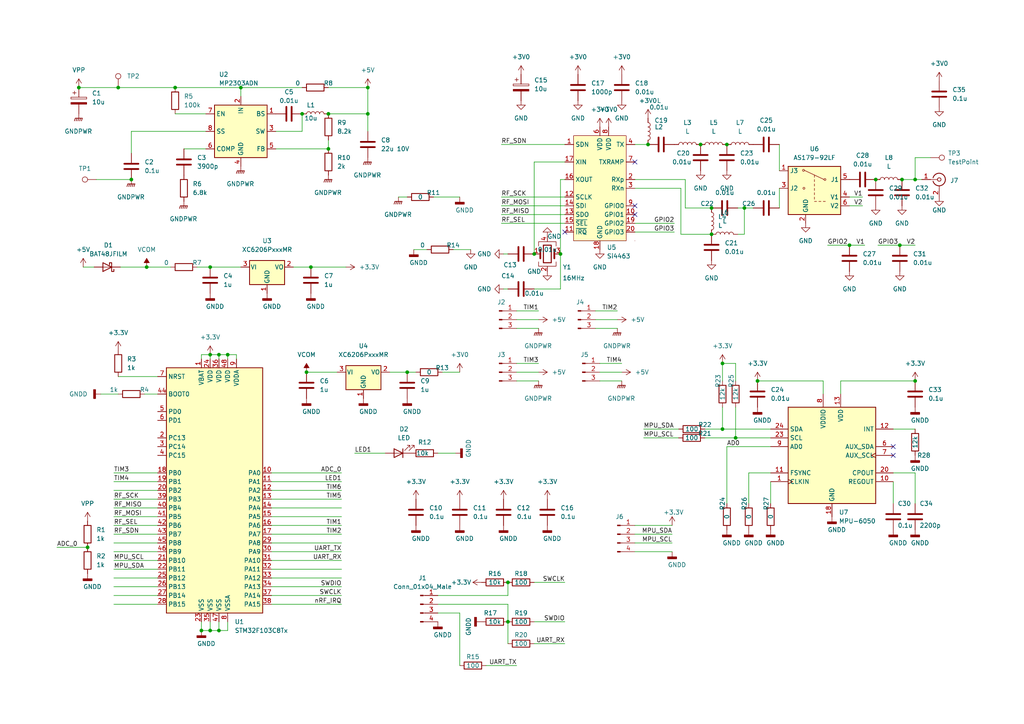
<source format=kicad_sch>
(kicad_sch (version 20211123) (generator eeschema)
  (paper "A4")
  (junction (at 87.63 33.02))
  (junction (at 210.82 41.91))
  (junction (at 66.04 102.87))
  (junction (at 25.4 158.75))
  (junction (at 254 52.07))
  (junction (at 63.5 182.88))
  (junction (at 147.32 180.34))
  (junction (at 58.42 182.88))
  (junction (at 60.96 77.47))
  (junction (at 154.94 73.66))
  (junction (at 162.56 73.66))
  (junction (at 42.545 77.47))
  (junction (at 206.375 60.325))
  (junction (at 60.96 182.88))
  (junction (at 215.9 60.325))
  (junction (at 22.86 25.4))
  (junction (at 63.5 102.87))
  (junction (at 50.8 25.4))
  (junction (at 209.55 124.46))
  (junction (at 88.9 107.95))
  (junction (at 260.985 71.12))
  (junction (at 69.85 25.4))
  (junction (at 95.25 43.18))
  (junction (at 90.17 77.47))
  (junction (at 34.29 25.4))
  (junction (at 209.55 105.41))
  (junction (at 265.43 110.49))
  (junction (at 265.43 52.07))
  (junction (at 60.96 102.87))
  (junction (at 106.68 25.4))
  (junction (at 261.62 52.07))
  (junction (at 95.25 33.02))
  (junction (at 203.2 41.91))
  (junction (at 246.38 71.12))
  (junction (at 206.375 67.945))
  (junction (at 219.71 110.49))
  (junction (at 187.96 41.91))
  (junction (at 147.32 168.91))
  (junction (at 106.68 33.02))
  (junction (at 118.11 107.95))
  (junction (at 38.1 52.07))
  (junction (at 213.36 127))
  (no_connect (at 184.15 46.99))
  (no_connect (at 184.15 62.23))
  (no_connect (at 184.15 59.69))
  (no_connect (at 163.83 67.31))
  (no_connect (at 259.08 129.54))
  (no_connect (at 259.08 132.08))
  (wire (pts (xy 254.635 71.12) (xy 260.985 71.12)))
  (wire (pts (xy 63.5 102.87) (xy 66.04 102.87)))
  (wire (pts (xy 133.35 107.95) (xy 128.27 107.95)))
  (wire (pts (xy 33.02 157.48) (xy 45.72 157.48)))
  (wire (pts (xy 80.01 43.18) (xy 95.25 43.18)))
  (wire (pts (xy 33.02 165.1) (xy 45.72 165.1)))
  (wire (pts (xy 111.76 131.445) (xy 102.87 131.445)))
  (wire (pts (xy 132.08 131.445) (xy 127 131.445)))
  (wire (pts (xy 133.35 177.8) (xy 127 177.8)))
  (wire (pts (xy 78.74 157.48) (xy 99.06 157.48)))
  (wire (pts (xy 147.32 180.34) (xy 147.32 186.69)))
  (wire (pts (xy 58.42 102.87) (xy 60.96 102.87)))
  (wire (pts (xy 246.38 57.15) (xy 250.19 57.15)))
  (wire (pts (xy 265.43 52.07) (xy 267.335 52.07)))
  (wire (pts (xy 78.74 162.56) (xy 99.06 162.56)))
  (wire (pts (xy 66.04 182.88) (xy 63.5 182.88)))
  (wire (pts (xy 246.38 71.12) (xy 250.825 71.12)))
  (wire (pts (xy 68.58 102.87) (xy 68.58 104.14)))
  (wire (pts (xy 204.4321 127) (xy 213.36 127)))
  (wire (pts (xy 209.55 124.46) (xy 223.52 124.46)))
  (wire (pts (xy 33.02 142.24) (xy 45.72 142.24)))
  (wire (pts (xy 219.71 110.49) (xy 238.76 110.49)))
  (wire (pts (xy 147.32 175.26) (xy 127 175.26)))
  (wire (pts (xy 90.17 77.47) (xy 100.33 77.47)))
  (wire (pts (xy 184.15 157.48) (xy 194.945 157.48)))
  (wire (pts (xy 33.02 154.94) (xy 45.72 154.94)))
  (wire (pts (xy 87.63 38.1) (xy 80.01 38.1)))
  (wire (pts (xy 197.485 54.61) (xy 197.485 67.945)))
  (wire (pts (xy 261.62 52.07) (xy 265.43 52.07)))
  (wire (pts (xy 213.995 67.945) (xy 215.9 67.945)))
  (wire (pts (xy 33.02 167.64) (xy 45.72 167.64)))
  (wire (pts (xy 197.485 67.945) (xy 206.375 67.945)))
  (wire (pts (xy 154.94 186.69) (xy 163.83 186.69)))
  (wire (pts (xy 33.02 160.02) (xy 45.72 160.02)))
  (wire (pts (xy 259.08 124.46) (xy 265.43 124.46)))
  (wire (pts (xy 41.91 114.3) (xy 45.72 114.3)))
  (wire (pts (xy 78.74 144.78) (xy 99.06 144.78)))
  (wire (pts (xy 173.99 105.41) (xy 180.34 105.41)))
  (wire (pts (xy 240.03 71.12) (xy 246.38 71.12)))
  (wire (pts (xy 127 172.72) (xy 147.32 172.72)))
  (wire (pts (xy 213.36 105.41) (xy 209.55 105.41)))
  (wire (pts (xy 173.99 107.95) (xy 180.34 107.95)))
  (wire (pts (xy 184.15 41.91) (xy 187.96 41.91)))
  (wire (pts (xy 147.32 168.91) (xy 147.32 172.72)))
  (wire (pts (xy 120.015 72.39) (xy 123.825 72.39)))
  (wire (pts (xy 213.36 118.11) (xy 213.36 127)))
  (wire (pts (xy 265.43 110.49) (xy 243.84 110.49)))
  (wire (pts (xy 154.94 83.82) (xy 162.56 83.82)))
  (wire (pts (xy 33.02 152.4) (xy 45.72 152.4)))
  (wire (pts (xy 33.02 149.86) (xy 45.72 149.86)))
  (wire (pts (xy 209.55 105.41) (xy 209.55 110.49)))
  (wire (pts (xy 265.43 45.72) (xy 265.43 52.07)))
  (wire (pts (xy 210.82 129.54) (xy 210.82 146.05)))
  (wire (pts (xy 213.36 110.49) (xy 213.36 105.41)))
  (wire (pts (xy 63.5 102.87) (xy 60.96 102.87)))
  (wire (pts (xy 95.25 40.64) (xy 95.25 43.18)))
  (wire (pts (xy 115.57 57.15) (xy 118.11 57.15)))
  (wire (pts (xy 217.17 137.16) (xy 223.52 137.16)))
  (wire (pts (xy 149.86 95.25) (xy 156.21 95.25)))
  (wire (pts (xy 38.1 52.07) (xy 27.94 52.07)))
  (wire (pts (xy 66.04 180.34) (xy 66.04 182.88)))
  (wire (pts (xy 78.74 154.94) (xy 99.06 154.94)))
  (wire (pts (xy 42.545 77.47) (xy 49.53 77.47)))
  (wire (pts (xy 172.72 90.17) (xy 179.07 90.17)))
  (wire (pts (xy 34.925 77.47) (xy 42.545 77.47)))
  (wire (pts (xy 78.74 175.26) (xy 99.06 175.26)))
  (wire (pts (xy 140.97 193.04) (xy 149.86 193.04)))
  (wire (pts (xy 131.445 72.39) (xy 136.525 72.39)))
  (wire (pts (xy 206.375 60.325) (xy 198.755 60.325)))
  (wire (pts (xy 259.08 139.7) (xy 259.08 146.05)))
  (wire (pts (xy 66.04 102.87) (xy 66.04 104.14)))
  (wire (pts (xy 133.35 193.04) (xy 133.35 177.8)))
  (wire (pts (xy 184.15 152.4) (xy 194.945 152.4)))
  (wire (pts (xy 60.96 182.88) (xy 58.42 182.88)))
  (wire (pts (xy 184.15 54.61) (xy 197.485 54.61)))
  (wire (pts (xy 33.02 175.26) (xy 45.72 175.26)))
  (wire (pts (xy 33.02 172.72) (xy 45.72 172.72)))
  (wire (pts (xy 33.02 170.18) (xy 45.72 170.18)))
  (wire (pts (xy 204.47 124.46) (xy 209.55 124.46)))
  (wire (pts (xy 154.94 180.34) (xy 163.83 180.34)))
  (wire (pts (xy 210.82 129.54) (xy 223.52 129.54)))
  (wire (pts (xy 60.96 180.34) (xy 60.96 182.88)))
  (wire (pts (xy 145.415 41.91) (xy 163.83 41.91)))
  (wire (pts (xy 78.74 139.7) (xy 99.06 139.7)))
  (wire (pts (xy 33.02 144.78) (xy 45.72 144.78)))
  (wire (pts (xy 145.415 64.77) (xy 163.83 64.77)))
  (wire (pts (xy 78.74 167.64) (xy 99.06 167.64)))
  (wire (pts (xy 213.36 127) (xy 223.52 127)))
  (wire (pts (xy 78.74 137.16) (xy 99.06 137.16)))
  (wire (pts (xy 78.74 170.18) (xy 99.06 170.18)))
  (wire (pts (xy 33.02 139.7) (xy 45.72 139.7)))
  (wire (pts (xy 33.02 147.32) (xy 45.72 147.32)))
  (wire (pts (xy 22.86 25.4) (xy 34.29 25.4)))
  (wire (pts (xy 120.65 107.95) (xy 118.11 107.95)))
  (wire (pts (xy 78.74 149.86) (xy 99.06 149.86)))
  (wire (pts (xy 226.06 54.61) (xy 226.06 60.325)))
  (wire (pts (xy 147.32 83.82) (xy 146.05 83.82)))
  (wire (pts (xy 69.85 27.94) (xy 69.85 25.4)))
  (wire (pts (xy 172.72 92.71) (xy 179.07 92.71)))
  (wire (pts (xy 58.42 180.34) (xy 58.42 182.88)))
  (wire (pts (xy 238.76 114.3) (xy 238.76 110.49)))
  (wire (pts (xy 149.86 110.49) (xy 156.21 110.49)))
  (wire (pts (xy 113.03 107.95) (xy 118.11 107.95)))
  (wire (pts (xy 59.69 38.1) (xy 38.1 38.1)))
  (wire (pts (xy 78.74 160.02) (xy 99.06 160.02)))
  (wire (pts (xy 186.69 127) (xy 196.8121 127)))
  (wire (pts (xy 145.415 59.69) (xy 163.83 59.69)))
  (wire (pts (xy 16.51 158.75) (xy 25.4 158.75)))
  (wire (pts (xy 184.15 64.77) (xy 195.58 64.77)))
  (wire (pts (xy 78.74 142.24) (xy 99.06 142.24)))
  (wire (pts (xy 66.04 102.87) (xy 68.58 102.87)))
  (wire (pts (xy 53.34 43.18) (xy 59.69 43.18)))
  (wire (pts (xy 223.52 139.7) (xy 223.52 146.05)))
  (wire (pts (xy 184.15 160.02) (xy 194.945 160.02)))
  (wire (pts (xy 57.15 77.47) (xy 60.96 77.47)))
  (wire (pts (xy 50.8 33.02) (xy 59.69 33.02)))
  (wire (pts (xy 95.25 25.4) (xy 106.68 25.4)))
  (wire (pts (xy 149.86 107.95) (xy 156.21 107.95)))
  (wire (pts (xy 106.68 33.02) (xy 106.68 38.1)))
  (wire (pts (xy 154.94 46.99) (xy 154.94 73.66)))
  (wire (pts (xy 78.74 152.4) (xy 99.06 152.4)))
  (wire (pts (xy 95.25 33.02) (xy 106.68 33.02)))
  (wire (pts (xy 78.74 165.1) (xy 99.06 165.1)))
  (wire (pts (xy 145.415 62.23) (xy 163.83 62.23)))
  (wire (pts (xy 226.06 41.91) (xy 226.06 49.53)))
  (wire (pts (xy 50.8 25.4) (xy 69.85 25.4)))
  (wire (pts (xy 163.83 46.99) (xy 154.94 46.99)))
  (wire (pts (xy 63.5 182.88) (xy 60.96 182.88)))
  (wire (pts (xy 269.875 45.72) (xy 265.43 45.72)))
  (wire (pts (xy 145.415 57.15) (xy 163.83 57.15)))
  (wire (pts (xy 33.02 137.16) (xy 45.72 137.16)))
  (wire (pts (xy 198.755 52.07) (xy 184.15 52.07)))
  (wire (pts (xy 246.38 59.69) (xy 250.19 59.69)))
  (wire (pts (xy 85.09 77.47) (xy 90.17 77.47)))
  (wire (pts (xy 24.13 77.47) (xy 27.305 77.47)))
  (wire (pts (xy 162.56 73.66) (xy 162.56 52.07)))
  (wire (pts (xy 34.29 109.22) (xy 45.72 109.22)))
  (wire (pts (xy 87.63 33.02) (xy 87.63 38.1)))
  (wire (pts (xy 243.84 110.49) (xy 243.84 114.3)))
  (wire (pts (xy 147.32 73.66) (xy 146.05 73.66)))
  (wire (pts (xy 149.86 90.17) (xy 156.21 90.17)))
  (wire (pts (xy 149.86 92.71) (xy 156.21 92.71)))
  (wire (pts (xy 215.9 67.945) (xy 215.9 60.325)))
  (wire (pts (xy 259.08 137.16) (xy 265.43 137.16)))
  (wire (pts (xy 60.96 77.47) (xy 69.85 77.47)))
  (wire (pts (xy 260.985 71.12) (xy 265.43 71.12)))
  (wire (pts (xy 29.21 114.3) (xy 34.29 114.3)))
  (wire (pts (xy 217.17 146.05) (xy 217.17 137.16)))
  (wire (pts (xy 78.74 172.72) (xy 99.06 172.72)))
  (wire (pts (xy 63.5 180.34) (xy 63.5 182.88)))
  (wire (pts (xy 58.42 104.14) (xy 58.42 102.87)))
  (wire (pts (xy 172.72 95.25) (xy 179.07 95.25)))
  (wire (pts (xy 209.55 118.11) (xy 209.55 124.46)))
  (wire (pts (xy 149.86 105.41) (xy 156.21 105.41)))
  (wire (pts (xy 198.755 60.325) (xy 198.755 52.07)))
  (wire (pts (xy 215.9 60.325) (xy 218.44 60.325)))
  (wire (pts (xy 69.85 25.4) (xy 87.63 25.4)))
  (wire (pts (xy 34.29 25.4) (xy 50.8 25.4)))
  (wire (pts (xy 186.69 124.46) (xy 196.85 124.46)))
  (wire (pts (xy 213.995 60.325) (xy 215.9 60.325)))
  (wire (pts (xy 125.73 57.15) (xy 133.35 57.15)))
  (wire (pts (xy 173.99 110.49) (xy 180.34 110.49)))
  (wire (pts (xy 60.96 102.87) (xy 60.96 104.14)))
  (wire (pts (xy 184.15 67.31) (xy 195.58 67.31)))
  (wire (pts (xy 265.43 137.16) (xy 265.43 146.05)))
  (wire (pts (xy 162.56 83.82) (xy 162.56 73.66)))
  (wire (pts (xy 162.56 52.07) (xy 163.83 52.07)))
  (wire (pts (xy 63.5 104.14) (xy 63.5 102.87)))
  (wire (pts (xy 78.74 147.32) (xy 99.06 147.32)))
  (wire (pts (xy 184.15 154.94) (xy 194.945 154.94)))
  (wire (pts (xy 33.02 162.56) (xy 45.72 162.56)))
  (wire (pts (xy 147.32 175.26) (xy 147.32 180.34)))
  (wire (pts (xy 88.9 107.95) (xy 97.79 107.95)))
  (wire (pts (xy 38.1 38.1) (xy 38.1 44.45)))
  (wire (pts (xy 106.68 25.4) (xy 106.68 33.02)))
  (wire (pts (xy 154.94 168.91) (xy 163.83 168.91)))
  (label "ADC_0" (at 99.06 137.16 180))
  (label "RF_MISO" (at 145.415 62.23 0))
  (label "TIM2" (at 99.06 154.94 180))
  (label "UART_RX" (at 163.83 186.69 180))
  (label "RF_SEL" (at 33.02 152.4 0))
  (label "nRF_IRQ" (at 99.06 175.26 180))
  (label "RF_SEL" (at 145.415 64.77 0))
  (label "SWDIO" (at 163.83 180.34 180))
  (label "GPIO2" (at 195.58 64.77 180))
  (label "MPU_SCL" (at 33.02 162.56 0))
  (label "RF_SDN" (at 145.415 41.91 0))
  (label "TIM4" (at 180.34 105.41 180))
  (label "TIM4" (at 33.02 139.7 0))
  (label "TIM5" (at 99.06 144.78 180))
  (label "GPIO3" (at 195.58 67.31 180))
  (label "GPIO2" (at 240.03 71.12 0))
  (label "SWCLK" (at 163.83 168.91 180))
  (label "V1" (at 250.825 71.12 180))
  (label "AD0" (at 210.82 129.54 0))
  (label "MPU_SDA" (at 194.945 154.94 180))
  (label "RF_SDN" (at 33.02 154.94 0))
  (label "V2" (at 265.43 71.12 180))
  (label "UART_RX" (at 99.06 162.56 180))
  (label "TIM2" (at 179.07 90.17 180))
  (label "TIM1" (at 99.06 152.4 180))
  (label "RF_MISO" (at 33.02 147.32 0))
  (label "LED1" (at 102.87 131.445 0))
  (label "RF_MOSI" (at 33.02 149.86 0))
  (label "TIM3" (at 156.21 105.41 180))
  (label "MPU_SDA" (at 186.69 124.46 0))
  (label "RF_SCK" (at 33.02 144.78 0))
  (label "MPU_SDA" (at 33.02 165.1 0))
  (label "V2" (at 250.19 59.69 180))
  (label "V1" (at 250.19 57.15 180))
  (label "MPU_SCL" (at 186.69 127 0))
  (label "TIM1" (at 156.21 90.17 180))
  (label "SWCLK" (at 99.06 172.72 180))
  (label "MPU_SCL" (at 194.945 157.48 180))
  (label "ADC_0" (at 16.51 158.75 0))
  (label "UART_TX" (at 99.06 160.02 180))
  (label "TIM6" (at 99.06 142.24 180))
  (label "UART_TX" (at 149.86 193.04 180))
  (label "TIM3" (at 33.02 137.16 0))
  (label "LED1" (at 99.06 139.7 180))
  (label "SWDIO" (at 99.06 170.18 180))
  (label "RF_SCK" (at 145.415 57.15 0))
  (label "GPIO3" (at 254.635 71.12 0))
  (label "RF_MOSI" (at 145.415 59.69 0))
  (symbol (lib_id "power:GND") (at 246.38 78.74 0) (unit 1)
    (property "Reference" "#PWR073" (effects hide))
    (property "Value" "GND" (at 246.38 83.82 0))
  )
  (symbol (lib_id "Device:C") (at 191.77 41.91 90) (unit 1)
    (property "Reference" "C19" (at 191.77 34.925 90))
    (property "Value" "0.01u" (at 191.135 31.115 90))
    (property "Footprint" "Capacitor_SMD:C_0402_1005Metric" (effects hide))
  )
  (symbol (lib_id "Device:C") (at 246.38 74.93 180) (unit 1)
    (property "Reference" "C27" (at 250.19 73.6599 0) (effects (justify right)))
    (property "Value" "0.01u" (at 250.19 76.1999 0) (effects (justify right)))
    (property "Footprint" "Capacitor_SMD:C_0402_1005Metric" (effects hide))
  )
  (symbol (lib_id "Device:R") (at 53.34 77.47 90) (unit 1)
    (property "Reference" "R7" (at 57.15 76.2 90))
    (property "Value" "0" (at 48.26 76.2 90))
    (property "Footprint" "Resistor_SMD:R_0805_2012Metric" (effects hide))
  )
  (symbol (lib_id "Device:R") (at 50.8 29.21 0) (unit 1)
    (property "Reference" "R5" (at 53.34 27.9399 0) (effects (justify left)))
    (property "Value" "100k" (at 53.34 30.4799 0) (effects (justify left)))
    (property "Footprint" "Resistor_SMD:R_0402_1005Metric" (effects hide))
  )
  (symbol (lib_id "power:+3.3V") (at 194.945 152.4 0) (unit 1)
    (property "Reference" "#PWR060" (effects hide))
    (property "Value" "+3.3V" (at 192.405 148.59 0) (effects (justify left)))
  )
  (symbol (lib_id "Device:L") (at 199.39 41.91 90) (unit 1)
    (property "Reference" "L3" (at 199.39 35.56 90))
    (property "Value" "L" (at 199.39 38.1 90))
    (property "Footprint" "Inductor_SMD:L_0402_1005Metric" (effects hide))
  )
  (symbol (lib_id "power:GNDPWR") (at 22.86 33.02 0) (unit 1)
    (property "Reference" "#PWR02" (effects hide))
    (property "Value" "GNDPWR" (at 22.733 38.1 0))
  )
  (symbol (lib_id "power:+5V") (at 179.07 92.71 270) (unit 1)
    (property "Reference" "#PWR053" (effects hide))
    (property "Value" "+5V" (at 182.88 92.7099 90) (effects (justify left)))
  )
  (symbol (lib_id "Device:R") (at 265.43 128.27 180) (unit 1)
    (property "Reference" "R28" (at 267.97 132.08 0))
    (property "Value" "12k" (at 265.43 128.27 90))
    (property "Footprint" "Resistor_SMD:R_0402_1005Metric" (effects hide))
  )
  (symbol (lib_id "Device:C") (at 38.1 48.26 0) (unit 1)
    (property "Reference" "C2" (at 41.91 46.9899 0) (effects (justify left)))
    (property "Value" "0.1u" (at 41.91 49.5299 0) (effects (justify left)))
    (property "Footprint" "Capacitor_SMD:C_0402_1005Metric" (effects hide))
  )
  (symbol (lib_id "power:+5V") (at 106.68 25.4 0) (unit 1)
    (property "Reference" "#PWR022" (effects hide))
    (property "Value" "+5V" (at 106.68 20.32 0))
  )
  (symbol (lib_id "Device:L") (at 206.375 64.135 0) (unit 1)
    (property "Reference" "L4" (at 208.28 62.8649 0) (effects (justify left)))
    (property "Value" "L" (at 208.28 65.4049 0) (effects (justify left)))
    (property "Footprint" "Inductor_SMD:L_0402_1005Metric" (effects hide))
  )
  (symbol (lib_id "power:GNDPWR") (at 115.57 57.15 0) (unit 1)
    (property "Reference" "#PWR024" (effects hide))
    (property "Value" "GNDPWR" (at 115.443 62.23 0))
  )
  (symbol (lib_id "Connector:Conn_01x03_Male") (at 167.64 92.71 0) (unit 1)
    (property "Reference" "J4" (at 168.275 87.63 0))
    (property "Value" "Conn_01x03_Male" (effects hide))
    (property "Footprint" "Connector_Molex:Molex_PicoBlade_53047-0310_1x03_P1.25mm_Vertical" (effects hide))
  )
  (symbol (lib_id "power:GNDD") (at 118.11 115.57 0) (unit 1)
    (property "Reference" "#PWR025" (effects hide))
    (property "Value" "GNDD" (at 116.84 119.38 0) (effects (justify left)))
  )
  (symbol (lib_id "Device:C") (at 133.35 148.59 0) (unit 1)
    (property "Reference" "C11" (at 137.16 147.3199 0) (effects (justify left)))
    (property "Value" "0.1u" (at 137.16 149.8599 0) (effects (justify left)))
    (property "Footprint" "Capacitor_SMD:C_0402_1005Metric" (effects hide))
  )
  (symbol (lib_id "Device:C_Polarized") (at 22.86 29.21 0) (unit 1)
    (property "Reference" "C1" (at 26.67 27.0509 0) (effects (justify left)))
    (property "Value" "10u" (at 26.67 29.5909 0) (effects (justify left)))
    (property "Footprint" "Capacitor_Tantalum_SMD:CP_EIA-3528-21_Kemet-B" (effects hide))
  )
  (symbol (lib_id "Device:R") (at 143.51 168.91 90) (unit 1)
    (property "Reference" "R16" (at 143.51 166.37 90))
    (property "Value" "10k" (at 143.51 168.91 90))
    (property "Footprint" "Resistor_SMD:R_0603_1608Metric" (effects hide))
  )
  (symbol (lib_id "power:GNDD") (at 133.35 152.4 0) (unit 1)
    (property "Reference" "#PWR034" (effects hide))
    (property "Value" "GNDD" (at 132.08 156.21 0) (effects (justify left)))
  )
  (symbol (lib_id "Device:R") (at 217.17 149.86 180) (unit 1)
    (property "Reference" "R26" (at 215.9 146.05 90))
    (property "Value" "0" (at 217.17 149.86 90))
    (property "Footprint" "Resistor_SMD:R_0402_1005Metric" (effects hide))
  )
  (symbol (lib_id "Device:LED") (at 115.57 131.445 180) (unit 1)
    (property "Reference" "D2" (at 117.1575 124.46 0))
    (property "Value" "LED" (at 117.1575 127 0))
    (property "Footprint" "LED_SMD:LED_0805_2012Metric" (effects hide))
  )
  (symbol (lib_id "Device:R") (at 209.55 114.3 180) (unit 1)
    (property "Reference" "R23" (at 208.28 110.49 90))
    (property "Value" "12k" (at 209.55 114.3 90))
    (property "Footprint" "Resistor_SMD:R_0402_1005Metric" (effects hide))
  )
  (symbol (lib_id "RF:Si4463") (at 173.99 54.61 0) (unit 1)
    (property "Reference" "U5" (at 176.0094 71.755 0) (effects (justify left)))
    (property "Value" "Si4463" (at 176.0094 74.295 0) (effects (justify left)))
    (property "Footprint" "Package_DFN_QFN:QFN-20-1EP_4x4mm_P0.5mm_EP2.6x2.6mm" (effects hide))
    (property "Datasheet" "https://www.silabs.com/documents/public/data-sheets/Si4464-63-61-60.pdf" (effects hide))
  )
  (symbol (lib_id "power:+3.3V") (at 60.96 102.87 0) (unit 1)
    (property "Reference" "#PWR013" (effects hide))
    (property "Value" "+3.3V" (at 60.96 97.79 0))
  )
  (symbol (lib_id "power:+3V0") (at 180.34 21.59 0) (unit 1)
    (property "Reference" "#PWR055" (effects hide))
    (property "Value" "+3V0" (at 180.34 16.51 0))
  )
  (symbol (lib_id "Device:R") (at 53.34 54.61 0) (unit 1)
    (property "Reference" "R6" (at 55.88 53.3399 0) (effects (justify left)))
    (property "Value" "6.8k" (at 55.88 55.8799 0) (effects (justify left)))
    (property "Footprint" "Resistor_SMD:R_0402_1005Metric" (effects hide))
  )
  (symbol (lib_id "power:GNDD") (at 58.42 182.88 0) (unit 1)
    (property "Reference" "#PWR011" (effects hide))
    (property "Value" "GNDD" (at 57.15 186.69 0) (effects (justify left)))
  )
  (symbol (lib_id "power:GNDD") (at 133.35 57.15 0) (unit 1)
    (property "Reference" "#PWR031" (effects hide))
    (property "Value" "GNDD" (at 132.08 60.96 0) (effects (justify left)))
  )
  (symbol (lib_id "power:GNDD") (at 146.05 152.4 0) (unit 1)
    (property "Reference" "#PWR041" (effects hide))
    (property "Value" "GNDD" (at 144.78 156.21 0) (effects (justify left)))
  )
  (symbol (lib_id "power:GNDPWR") (at 53.34 58.42 0) (unit 1)
    (property "Reference" "#PWR010" (effects hide))
    (property "Value" "GNDPWR" (at 53.213 63.5 0))
  )
  (symbol (lib_id "Device:C") (at 151.13 73.66 90) (unit 1)
    (property "Reference" "C13" (at 147.955 76.835 90))
    (property "Value" "0.01u" (at 158.75 72.39 90))
    (property "Footprint" "Capacitor_SMD:C_0402_1005Metric" (effects hide))
  )
  (symbol (lib_id "RF_Switch:AS179-92LF") (at 236.22 54.61 0) (mirror y) (unit 1)
    (property "Reference" "U6" (at 236.22 43.18 0))
    (property "Value" "AS179-92LF" (at 236.22 45.72 0))
    (property "Footprint" "Package_TO_SOT_SMD:SOT-363_SC-70-6" (effects hide))
    (property "Datasheet" "http://www.skyworksinc.com/uploads/documents/AS179_92LF_200176H.pdf" (effects hide))
  )
  (symbol (lib_id "power:VPP") (at 22.86 25.4 0) (unit 1)
    (property "Reference" "#PWR01" (effects hide))
    (property "Value" "VPP" (at 22.86 20.32 0))
  )
  (symbol (lib_id "power:GND") (at 272.415 31.115 0) (unit 1)
    (property "Reference" "#PWR083" (effects hide))
    (property "Value" "GND" (at 272.415 36.195 0))
  )
  (symbol (lib_id "power:GNDD") (at 194.945 160.02 0) (unit 1)
    (property "Reference" "#PWR061" (effects hide))
    (property "Value" "GNDD" (at 193.675 163.83 0) (effects (justify left)))
  )
  (symbol (lib_id "Device:R") (at 25.4 154.94 0) (unit 1)
    (property "Reference" "R1" (at 27.94 153.6699 0) (effects (justify left)))
    (property "Value" "1k" (at 27.94 156.2099 0) (effects (justify left)))
    (property "Footprint" "Resistor_SMD:R_0402_1005Metric" (effects hide))
  )
  (symbol (lib_id "Device:C") (at 259.08 149.86 0) (unit 1)
    (property "Reference" "C30" (at 260.35 146.05 0) (effects (justify left)))
    (property "Value" "0.1u" (at 260.35 152.4 0) (effects (justify left)))
    (property "Footprint" "Capacitor_SMD:C_0402_1005Metric" (effects hide))
  )
  (symbol (lib_id "Device:R") (at 200.66 124.46 90) (unit 1)
    (property "Reference" "R22" (at 204.47 123.19 90))
    (property "Value" "100" (at 200.66 124.46 90))
    (property "Footprint" "Resistor_SMD:R_0402_1005Metric" (effects hide))
  )
  (symbol (lib_id "power:GND") (at 254 59.69 0) (unit 1)
    (property "Reference" "#PWR074" (effects hide))
    (property "Value" "GND" (at 254 64.77 0))
  )
  (symbol (lib_id "Regulator_Linear:XC6206PxxxMR") (at 105.41 107.95 0) (unit 1)
    (property "Reference" "U4" (at 105.41 100.33 0))
    (property "Value" "XC6206PxxxMR" (at 105.41 102.87 0))
    (property "Footprint" "Package_TO_SOT_SMD:SOT-23" (effects hide))
    (property "Datasheet" "https://www.torexsemi.com/file/xc6206/XC6206.pdf" (effects hide))
  )
  (symbol (lib_id "Device:R") (at 151.13 186.69 90) (unit 1)
    (property "Reference" "R20" (at 151.13 184.15 90))
    (property "Value" "100" (at 151.13 186.69 90))
    (property "Footprint" "Resistor_SMD:R_0402_1005Metric" (effects hide))
  )
  (symbol (lib_id "Regulator_Switching:MP2303ADN") (at 69.85 38.1 0) (unit 1)
    (property "Reference" "U2" (at 63.5 21.59 0) (effects (justify left)))
    (property "Value" "MP2303ADN" (at 63.5 24.13 0) (effects (justify left)))
    (property "Footprint" "Package_SO:SOIC-8-1EP_3.9x4.9mm_P1.27mm_EP2.62x3.51mm" (effects hide))
    (property "Datasheet" "https://www.monolithicpower.com/pub/media/document/MP2303A_r1.1.pdf" (effects hide))
  )
  (symbol (lib_id "power:GNDPWR") (at 38.1 52.07 0) (unit 1)
    (property "Reference" "#PWR08" (effects hide))
    (property "Value" "GNDPWR" (at 37.973 57.15 0))
  )
  (symbol (lib_id "power:GND") (at 210.82 49.53 0) (unit 1)
    (property "Reference" "#PWR065" (effects hide))
    (property "Value" "GND" (at 210.82 54.61 0))
  )
  (symbol (lib_id "power:GND") (at 233.68 64.77 0) (unit 1)
    (property "Reference" "#PWR071" (effects hide))
    (property "Value" "GND" (at 233.68 69.85 0))
  )
  (symbol (lib_id "power:GNDD") (at 265.43 118.11 0) (unit 1)
    (property "Reference" "#PWR079" (effects hide))
    (property "Value" "GNDD" (at 264.16 121.92 0) (effects (justify left)))
  )
  (symbol (lib_id "Connector:TestPoint") (at 269.875 45.72 270) (unit 1)
    (property "Reference" "TP3" (at 274.955 44.4499 90) (effects (justify left)))
    (property "Value" "TestPoint" (at 274.955 46.9899 90) (effects (justify left)))
    (property "Footprint" "0_mylib:TestPoint_Pad_D1.0mm" (effects hide))
  )
  (symbol (lib_id "Device:R") (at 38.1 114.3 90) (unit 1)
    (property "Reference" "R4" (at 41.91 113.03 90))
    (property "Value" "1k" (at 33.02 113.03 90))
    (property "Footprint" "Resistor_SMD:R_0402_1005Metric" (effects hide))
  )
  (symbol (lib_id "power:+3V0") (at 151.13 21.59 0) (unit 1)
    (property "Reference" "#PWR042" (effects hide))
    (property "Value" "+3V0" (at 151.13 16.51 0))
  )
  (symbol (lib_id "power:+3.3V") (at 100.33 77.47 270) (unit 1)
    (property "Reference" "#PWR020" (effects hide))
    (property "Value" "+3.3V" (at 104.14 77.4699 90) (effects (justify left)))
  )
  (symbol (lib_id "Device:C") (at 120.65 148.59 0) (unit 1)
    (property "Reference" "C10" (at 124.46 147.3199 0) (effects (justify left)))
    (property "Value" "0.1u" (at 124.46 149.8599 0) (effects (justify left)))
    (property "Footprint" "Capacitor_SMD:C_0402_1005Metric" (effects hide))
  )
  (symbol (lib_id "power:+5V") (at 24.13 77.47 0) (unit 1)
    (property "Reference" "#PWR03" (effects hide))
    (property "Value" "+5V" (at 24.13 72.39 0))
  )
  (symbol (lib_id "Device:R") (at 151.13 168.91 90) (unit 1)
    (property "Reference" "R18" (at 151.13 166.37 90))
    (property "Value" "100" (at 151.13 168.91 90))
    (property "Footprint" "Resistor_SMD:R_0402_1005Metric" (effects hide))
  )
  (symbol (lib_id "Device:C") (at 265.43 149.86 0) (unit 1)
    (property "Reference" "C34" (at 266.7 146.05 0) (effects (justify left)))
    (property "Value" "2200p" (at 266.7 152.4 0) (effects (justify left)))
    (property "Footprint" "Capacitor_SMD:C_0402_1005Metric" (effects hide))
  )
  (symbol (lib_id "Connector:Conn_01x03_Male") (at 144.78 107.95 0) (unit 1)
    (property "Reference" "J3" (at 145.415 102.87 0))
    (property "Value" "Conn_01x03_Male" (effects hide))
    (property "Footprint" "Connector_Molex:Molex_PicoBlade_53047-0310_1x03_P1.25mm_Vertical" (effects hide))
  )
  (symbol (lib_id "power:GNDPWR") (at 69.85 48.26 0) (unit 1)
    (property "Reference" "#PWR014" (effects hide))
    (property "Value" "GNDPWR" (at 69.723 53.34 0))
  )
  (symbol (lib_id "Device:R") (at 123.19 131.445 90) (unit 1)
    (property "Reference" "R12" (at 123.19 128.27 90))
    (property "Value" "10k" (at 122.555 131.445 90))
    (property "Footprint" "Resistor_SMD:R_0402_1005Metric" (effects hide))
  )
  (symbol (lib_id "power:+3V0") (at 187.96 34.29 0) (unit 1)
    (property "Reference" "#PWR059" (effects hide))
    (property "Value" "+3V0" (at 187.96 29.21 0))
  )
  (symbol (lib_id "power:+3.3V") (at 133.35 144.78 0) (unit 1)
    (property "Reference" "#PWR033" (effects hide))
    (property "Value" "+3.3V" (at 133.35 139.7 0))
  )
  (symbol (lib_id "power:GNDPWR") (at 156.21 95.25 0) (unit 1)
    (property "Reference" "#PWR045" (effects hide))
    (property "Value" "GNDPWR" (at 156.083 100.33 0))
  )
  (symbol (lib_id "Device:C") (at 90.17 81.28 0) (unit 1)
    (property "Reference" "C7" (at 93.98 80.0099 0) (effects (justify left)))
    (property "Value" "1u" (at 93.98 82.5499 0) (effects (justify left)))
    (property "Footprint" "Capacitor_SMD:C_0402_1005Metric" (effects hide))
  )
  (symbol (lib_id "power:GNDD") (at 265.43 153.67 0) (unit 1)
    (property "Reference" "#PWR081" (effects hide))
    (property "Value" "GNDD" (at 264.16 157.48 0) (effects (justify left)))
  )
  (symbol (lib_id "Device:R") (at 95.25 46.99 0) (unit 1)
    (property "Reference" "R10" (at 97.79 45.7199 0) (effects (justify left)))
    (property "Value" "2k" (at 97.79 48.2599 0) (effects (justify left)))
    (property "Footprint" "Resistor_SMD:R_0402_1005Metric" (effects hide))
  )
  (symbol (lib_id "Device:C") (at 222.25 41.91 270) (unit 1)
    (property "Reference" "C25" (at 222.25 34.925 90))
    (property "Value" "0.01u" (at 222.25 37.465 90))
    (property "Footprint" "Capacitor_SMD:C_0402_1005Metric" (effects hide))
  )
  (symbol (lib_id "power:GND") (at 146.05 83.82 270) (unit 1)
    (property "Reference" "#PWR039" (effects hide))
    (property "Value" "GND" (at 138.43 83.82 90) (effects (justify left)))
  )
  (symbol (lib_id "power:GNDD") (at 88.9 115.57 0) (unit 1)
    (property "Reference" "#PWR017" (effects hide))
    (property "Value" "GNDD" (at 87.63 119.38 0) (effects (justify left)))
  )
  (symbol (lib_id "Device:R") (at 95.25 36.83 0) (unit 1)
    (property "Reference" "R9" (at 97.79 35.5599 0) (effects (justify left)))
    (property "Value" "8.2k" (at 97.79 38.0999 0) (effects (justify left)))
    (property "Footprint" "Resistor_SMD:R_0402_1005Metric" (effects hide))
  )
  (symbol (lib_id "power:+3.3V") (at 146.05 144.78 0) (unit 1)
    (property "Reference" "#PWR040" (effects hide))
    (property "Value" "+3.3V" (at 146.05 139.7 0))
  )
  (symbol (lib_id "power:GNDD") (at 77.47 85.09 0) (unit 1)
    (property "Reference" "#PWR015" (effects hide))
    (property "Value" "GNDD" (at 76.2 88.9 0) (effects (justify left)))
  )
  (symbol (lib_id "Connector:Conn_01x03_Male") (at 168.91 107.95 0) (unit 1)
    (property "Reference" "J5" (at 169.545 102.87 0))
    (property "Value" "Conn_01x03_Male" (effects hide))
    (property "Footprint" "Connector_Molex:Molex_PicoBlade_53047-0310_1x03_P1.25mm_Vertical" (effects hide))
  )
  (symbol (lib_id "Regulator_Linear:XC6206PxxxMR") (at 77.47 77.47 0) (unit 1)
    (property "Reference" "U3" (at 77.47 69.85 0))
    (property "Value" "XC6206PxxxMR" (at 77.47 72.39 0))
    (property "Footprint" "Package_TO_SOT_SMD:SOT-23" (effects hide))
    (property "Datasheet" "https://www.torexsemi.com/file/xc6206/XC6206.pdf" (effects hide))
  )
  (symbol (lib_id "Device:C") (at 53.34 46.99 0) (unit 1)
    (property "Reference" "C3" (at 57.15 45.7199 0) (effects (justify left)))
    (property "Value" "3900p" (at 57.15 48.2599 0) (effects (justify left)))
    (property "Footprint" "Capacitor_SMD:C_0402_1005Metric" (effects hide))
  )
  (symbol (lib_id "power:+3.3V") (at 120.65 144.78 0) (unit 1)
    (property "Reference" "#PWR027" (effects hide))
    (property "Value" "+3.3V" (at 120.65 139.7 0))
  )
  (symbol (lib_id "Device:C") (at 210.185 60.325 90) (unit 1)
    (property "Reference" "C22" (at 205.105 59.055 90))
    (property "Value" "0.01u" (at 210.185 55.88 90))
    (property "Footprint" "Capacitor_SMD:C_0402_1005Metric" (effects hide))
  )
  (symbol (lib_id "Device:R") (at 143.51 180.34 90) (unit 1)
    (property "Reference" "R17" (at 142.24 177.8 90))
    (property "Value" "10k" (at 143.51 180.34 90))
    (property "Footprint" "Resistor_SMD:R_0402_1005Metric" (effects hide))
  )
  (symbol (lib_id "Device:C") (at 83.82 33.02 90) (unit 1)
    (property "Reference" "C5" (at 83.82 26.67 90))
    (property "Value" "0.01u" (at 83.82 29.21 90))
    (property "Footprint" "Capacitor_SMD:C_0402_1005Metric" (effects hide))
  )
  (symbol (lib_id "Device:L") (at 210.185 67.945 90) (unit 1)
    (property "Reference" "L6" (at 210.185 61.595 90))
    (property "Value" "L" (at 210.185 64.135 90))
    (property "Footprint" "Inductor_SMD:L_0402_1005Metric" (effects hide))
  )
  (symbol (lib_id "power:GNDPWR") (at 180.34 110.49 0) (unit 1)
    (property "Reference" "#PWR058" (effects hide))
    (property "Value" "GNDPWR" (at 180.213 115.57 0))
  )
  (symbol (lib_id "power:+3.3V") (at 158.75 144.78 0) (unit 1)
    (property "Reference" "#PWR048" (effects hide))
    (property "Value" "+3.3V" (at 158.75 139.7 0))
  )
  (symbol (lib_id "Device:R") (at 124.46 107.95 90) (unit 1)
    (property "Reference" "R13" (at 128.27 106.68 90))
    (property "Value" "0" (at 124.46 107.95 90))
    (property "Footprint" "Resistor_SMD:R_0805_2012Metric" (effects hide))
  )
  (symbol (lib_id "Device:C") (at 260.985 74.93 180) (unit 1)
    (property "Reference" "C31" (at 264.795 73.6599 0) (effects (justify right)))
    (property "Value" "0.01u" (at 264.795 76.1999 0) (effects (justify right)))
    (property "Footprint" "Capacitor_SMD:C_0402_1005Metric" (effects hide))
  )
  (symbol (lib_id "MCU_ST_STM32F1:STM32F103C8Tx") (at 63.5 142.24 0) (unit 1)
    (property "Reference" "U1" (at 68.0594 180.34 0) (effects (justify left)))
    (property "Value" "STM32F103C8Tx" (at 68.0594 182.88 0) (effects (justify left)))
    (property "Footprint" "Package_QFP:LQFP-48_7x7mm_P0.5mm" (effects hide))
    (property "Datasheet" "http://www.st.com/st-web-ui/static/active/en/resource/technical/document/datasheet/CD00161566.pdf" (effects hide))
  )
  (symbol (lib_id "power:+3.3V") (at 209.55 105.41 0) (unit 1)
    (property "Reference" "#PWR064" (effects hide))
    (property "Value" "+3.3V" (at 209.55 100.33 0))
  )
  (symbol (lib_id "Connector:TestPoint") (at 34.29 25.4 0) (unit 1)
    (property "Reference" "TP2" (at 36.83 22.0979 0) (effects (justify left)))
    (property "Value" "TestPoint" (effects hide))
    (property "Footprint" "0_mylib:TestPoint_Pad_D1.0mm" (effects hide))
  )
  (symbol (lib_id "Device:C") (at 151.13 83.82 90) (unit 1)
    (property "Reference" "C14" (at 147.32 80.01 90))
    (property "Value" "0.01u" (at 154.94 85.09 90))
    (property "Footprint" "Capacitor_SMD:C_0402_1005Metric" (effects hide))
  )
  (symbol (lib_id "power:+3V0") (at 173.99 36.83 0) (unit 1)
    (property "Reference" "#PWR0101" (effects hide))
    (property "Value" "+3V0" (at 173.99 31.75 0))
  )
  (symbol (lib_id "power:VCOM") (at 88.9 107.95 0) (unit 1)
    (property "Reference" "#PWR016" (effects hide))
    (property "Value" "VCOM" (at 88.9 102.87 0))
  )
  (symbol (lib_id "power:GND") (at 146.05 73.66 270) (unit 1)
    (property "Reference" "#PWR038" (effects hide))
    (property "Value" "GND" (at 138.43 73.66 90) (effects (justify left)))
  )
  (symbol (lib_id "power:+3V0") (at 167.64 21.59 0) (unit 1)
    (property "Reference" "#PWR050" (effects hide))
    (property "Value" "+3V0" (at 167.64 16.51 0))
  )
  (symbol (lib_id "power:GND") (at 260.985 78.74 0) (unit 1)
    (property "Reference" "#PWR076" (effects hide))
    (property "Value" "GND" (at 260.985 83.82 0))
  )
  (symbol (lib_id "power:GND") (at 151.13 29.21 0) (unit 1)
    (property "Reference" "#PWR043" (effects hide))
    (property "Value" "GND" (at 151.13 34.29 0))
  )
  (symbol (lib_id "power:+3.3V") (at 34.29 101.6 0) (unit 1)
    (property "Reference" "#PWR07" (effects hide))
    (property "Value" "+3.3V" (at 34.29 96.52 0))
  )
  (symbol (lib_id "power:+3V0") (at 176.53 36.83 0) (unit 1)
    (property "Reference" "#PWR0102" (effects hide))
    (property "Value" "+3V0" (at 176.53 31.75 0))
  )
  (symbol (lib_id "Device:C") (at 203.2 45.72 180) (unit 1)
    (property "Reference" "C20" (at 196.215 44.45 0) (effects (justify right)))
    (property "Value" "0.01u" (at 194.945 46.99 0) (effects (justify right)))
    (property "Footprint" "Capacitor_SMD:C_0402_1005Metric" (effects hide))
  )
  (symbol (lib_id "power:GND") (at 203.2 49.53 0) (unit 1)
    (property "Reference" "#PWR062" (effects hide))
    (property "Value" "GND" (at 203.2 54.61 0))
  )
  (symbol (lib_id "Device:L") (at 187.96 38.1 0) (unit 1)
    (property "Reference" "L2" (at 189.865 36.8299 0) (effects (justify left)))
    (property "Value" "L" (at 190.5 29.21 0) (effects (justify left)))
    (property "Footprint" "Inductor_SMD:L_0402_1005Metric" (effects hide))
  )
  (symbol (lib_id "Device:C") (at 118.11 111.76 0) (unit 1)
    (property "Reference" "C9" (at 121.92 110.4899 0) (effects (justify left)))
    (property "Value" "1u" (at 121.92 113.0299 0) (effects (justify left)))
    (property "Footprint" "Capacitor_SMD:C_0402_1005Metric" (effects hide))
  )
  (symbol (lib_id "Device:C") (at 254 55.88 180) (unit 1)
    (property "Reference" "C29" (at 257.81 54.6099 0) (effects (justify right)))
    (property "Value" "0.01u" (at 257.81 57.1499 0) (effects (justify right)))
    (property "Footprint" "Capacitor_SMD:C_0402_1005Metric" (effects hide))
  )
  (symbol (lib_id "power:GND") (at 167.64 29.21 0) (unit 1)
    (property "Reference" "#PWR051" (effects hide))
    (property "Value" "GND" (at 167.64 34.29 0))
  )
  (symbol (lib_id "Device:C") (at 180.34 25.4 0) (unit 1)
    (property "Reference" "C18" (at 184.15 24.1299 0) (effects (justify left)))
    (property "Value" "0.01u" (at 184.15 26.6699 0) (effects (justify left)))
    (property "Footprint" "Capacitor_SMD:C_0402_1005Metric" (effects hide))
  )
  (symbol (lib_id "Device:C") (at 206.375 71.755 180) (unit 1)
    (property "Reference" "C21" (at 210.185 70.4849 0) (effects (justify right)))
    (property "Value" "0.01u" (at 210.185 73.0249 0) (effects (justify right)))
    (property "Footprint" "Capacitor_SMD:C_0402_1005Metric" (effects hide))
  )
  (symbol (lib_id "power:GNDPWR") (at 179.07 95.25 0) (unit 1)
    (property "Reference" "#PWR054" (effects hide))
    (property "Value" "GNDPWR" (at 178.943 100.33 0))
  )
  (symbol (lib_id "Connector:TestPoint") (at 27.94 52.07 90) (unit 1)
    (property "Reference" "TP1" (at 24.638 48.895 90))
    (property "Value" "TestPoint" (effects hide))
    (property "Footprint" "0_mylib:TestPoint_Pad_D1.0mm" (effects hide))
  )
  (symbol (lib_id "Device:L") (at 91.44 33.02 90) (unit 1)
    (property "Reference" "L1" (at 90.17 30.48 90))
    (property "Value" "10u" (at 90.17 34.29 90))
    (property "Footprint" "Inductor_SMD:L_Bourns-SRN6028" (effects hide))
  )
  (symbol (lib_id "Device:C") (at 219.71 114.3 0) (unit 1)
    (property "Reference" "C24" (at 223.52 113.0299 0) (effects (justify left)))
    (property "Value" "0.01u" (at 223.52 115.5699 0) (effects (justify left)))
    (property "Footprint" "Capacitor_SMD:C_0402_1005Metric" (effects hide))
  )
  (symbol (lib_id "power:GND") (at 272.415 57.15 0) (unit 1)
    (property "Reference" "#PWR084" (effects hide))
    (property "Value" "GND" (at 272.415 60.96 0))
  )
  (symbol (lib_id "Device:L") (at 207.01 41.91 90) (unit 1)
    (property "Reference" "L5" (at 207.01 35.56 90))
    (property "Value" "L" (at 207.01 38.1 90))
    (property "Footprint" "Inductor_SMD:L_0402_1005Metric" (effects hide))
  )
  (symbol (lib_id "power:GNDD") (at 132.08 131.445 90) (unit 1)
    (property "Reference" "#PWR030" (effects hide))
    (property "Value" "GNDD" (at 135.89 132.715 0) (effects (justify left)))
  )
  (symbol (lib_id "Sensor_Motion:MPU-6050") (at 241.3 132.08 0) (unit 1)
    (property "Reference" "U7" (at 243.3194 148.59 0) (effects (justify left)))
    (property "Value" "MPU-6050" (at 243.3194 151.13 0) (effects (justify left)))
    (property "Footprint" "Sensor_Motion:InvenSense_QFN-24_4x4mm_P0.5mm" (effects hide))
    (property "Datasheet" "https://store.invensense.com/datasheets/invensense/MPU-6050_DataSheet_V3%204.pdf" (effects hide))
  )
  (symbol (lib_id "Device:C") (at 250.19 52.07 270) (unit 1)
    (property "Reference" "C28" (at 250.19 45.085 90))
    (property "Value" "0.01u" (at 250.19 47.625 90))
    (property "Footprint" "Capacitor_SMD:C_0402_1005Metric" (effects hide))
  )
  (symbol (lib_id "Device:C") (at 146.05 148.59 0) (unit 1)
    (property "Reference" "C12" (at 149.86 147.3199 0) (effects (justify left)))
    (property "Value" "0.1u" (at 149.86 149.8599 0) (effects (justify left)))
    (property "Footprint" "Capacitor_SMD:C_0402_1005Metric" (effects hide))
  )
  (symbol (lib_id "Connector:Conn_Coaxial") (at 272.415 52.07 0) (unit 1)
    (property "Reference" "J7" (at 275.59 52.3631 0) (effects (justify left)))
    (property "Value" "Conn_Coaxial" (effects hide))
    (property "Footprint" "Connector_Coaxial:U.FL_Hirose_U.FL-R-SMT-1_Vertical" (effects hide))
    (property "Datasheet" " ~" (effects hide))
  )
  (symbol (lib_id "power:GND") (at 158.75 68.58 180) (unit 1)
    (property "Reference" "#PWR0103" (effects hide))
    (property "Value" "GND" (at 158.75 68.58 0) (effects (justify right)))
  )
  (symbol (lib_id "power:GNDD") (at 139.7 180.34 270) (unit 1)
    (property "Reference" "#PWR037" (effects hide))
    (property "Value" "GNDD" (at 135.89 179.07 0) (effects (justify left)))
  )
  (symbol (lib_id "Device:R") (at 121.92 57.15 90) (unit 1)
    (property "Reference" "R11" (at 125.73 55.88 90))
    (property "Value" "0" (at 121.92 57.15 90))
    (property "Footprint" "Resistor_SMD:R_0805_2012Metric" (effects hide))
  )
  (symbol (lib_id "power:GNDD") (at 219.71 118.11 0) (unit 1)
    (property "Reference" "#PWR069" (effects hide))
    (property "Value" "GNDD" (at 218.44 121.92 0) (effects (justify left)))
  )
  (symbol (lib_id "Device:C") (at 106.68 41.91 0) (unit 1)
    (property "Reference" "C8" (at 110.49 40.6399 0) (effects (justify left)))
    (property "Value" "22u 10V" (at 110.49 43.1799 0) (effects (justify left)))
    (property "Footprint" "Capacitor_SMD:C_0805_2012Metric" (effects hide))
  )
  (symbol (lib_id "power:GNDD") (at 158.75 152.4 0) (unit 1)
    (property "Reference" "#PWR049" (effects hide))
    (property "Value" "GNDD" (at 157.48 156.21 0) (effects (justify left)))
  )
  (symbol (lib_id "Device:C") (at 222.25 60.325 90) (unit 1)
    (property "Reference" "C26" (at 217.17 59.055 90))
    (property "Value" "0.01u" (at 222.25 55.88 90))
    (property "Footprint" "Capacitor_SMD:C_0402_1005Metric" (effects hide))
  )
  (symbol (lib_id "power:+5V") (at 156.21 107.95 270) (unit 1)
    (property "Reference" "#PWR046" (effects hide))
    (property "Value" "+5V" (at 160.02 107.9499 90) (effects (justify left)))
  )
  (symbol (lib_id "power:+5V") (at 180.34 107.95 270) (unit 1)
    (property "Reference" "#PWR057" (effects hide))
    (property "Value" "+5V" (at 184.15 107.9499 90) (effects (justify left)))
  )
  (symbol (lib_id "Device:C") (at 167.64 25.4 0) (unit 1)
    (property "Reference" "C17" (at 171.45 24.1299 0) (effects (justify left)))
    (property "Value" "1000p" (at 171.45 26.6699 0) (effects (justify left)))
    (property "Footprint" "Capacitor_SMD:C_0402_1005Metric" (effects hide))
  )
  (symbol (lib_id "power:GND") (at 136.525 72.39 0) (unit 1)
    (property "Reference" "#PWR035" (effects hide))
    (property "Value" "GND" (at 136.525 77.47 0))
  )
  (symbol (lib_id "Device:R") (at 34.29 105.41 0) (unit 1)
    (property "Reference" "R3" (at 36.83 104.1399 0) (effects (justify left)))
    (property "Value" "1k" (at 36.83 106.6799 0) (effects (justify left)))
    (property "Footprint" "Resistor_SMD:R_0402_1005Metric" (effects hide))
  )
  (symbol (lib_id "power:GNDD") (at 105.41 115.57 0) (unit 1)
    (property "Reference" "#PWR021" (effects hide))
    (property "Value" "GNDD" (at 104.14 119.38 0) (effects (justify left)))
  )
  (symbol (lib_id "Device:R") (at 25.4 162.56 0) (unit 1)
    (property "Reference" "R2" (at 27.94 161.2899 0) (effects (justify left)))
    (property "Value" "1k" (at 27.94 163.8299 0) (effects (justify left)))
    (property "Footprint" "Resistor_SMD:R_0402_1005Metric" (effects hide))
  )
  (symbol (lib_id "power:+3.3V") (at 219.71 110.49 0) (unit 1)
    (property "Reference" "#PWR068" (effects hide))
    (property "Value" "+3.3V" (at 219.71 105.41 0))
  )
  (symbol (lib_id "power:GND") (at 261.62 59.69 0) (unit 1)
    (property "Reference" "#PWR077" (effects hide))
    (property "Value" "GND" (at 261.62 64.77 0))
  )
  (symbol (lib_id "Diode:BAT48JFILM") (at 31.115 77.47 180) (unit 1)
    (property "Reference" "D1" (at 31.4325 71.12 0))
    (property "Value" "BAT48JFILM" (at 31.4325 73.66 0))
    (property "Footprint" "Diode_SMD:D_SOD-323" (effects hide))
    (property "Datasheet" "www.st.com/resource/en/datasheet/bat48.pdf" (effects hide))
  )
  (symbol (lib_id "power:GNDD") (at 210.82 153.67 0) (unit 1)
    (property "Reference" "#PWR066" (effects hide))
    (property "Value" "GNDD" (at 209.55 157.48 0) (effects (justify left)))
  )
  (symbol (lib_id "power:GNDD") (at 127 180.34 0) (unit 1)
    (property "Reference" "#PWR029" (effects hide))
    (property "Value" "GNDD" (at 125.73 184.15 0) (effects (justify left)))
  )
  (symbol (lib_id "power:+5V") (at 156.21 92.71 270) (unit 1)
    (property "Reference" "#PWR044" (effects hide))
    (property "Value" "+5V" (at 160.02 92.7099 90) (effects (justify left)))
  )
  (symbol (lib_id "power:+3.3V") (at 139.7 168.91 90) (unit 1)
    (property "Reference" "#PWR036" (effects hide))
    (property "Value" "+3.3V" (at 130.81 168.91 90) (effects (justify right)))
  )
  (symbol (lib_id "power:GNDD") (at 120.015 72.39 0) (unit 1)
    (property "Reference" "#PWR026" (effects hide))
    (property "Value" "GNDD" (at 118.745 76.2 0) (effects (justify left)))
  )
  (symbol (lib_id "power:GNDD") (at 259.08 153.67 0) (unit 1)
    (property "Reference" "#PWR075" (effects hide))
    (property "Value" "GNDD" (at 257.81 157.48 0) (effects (justify left)))
  )
  (symbol (lib_id "power:+3.3V") (at 265.43 110.49 0) (unit 1)
    (property "Reference" "#PWR078" (effects hide))
    (property "Value" "+3.3V" (at 265.43 105.41 0))
  )
  (symbol (lib_id "Device:Crystal_GND24") (at 158.75 73.66 0) (mirror x) (unit 1)
    (property "Reference" "Y1" (at 164.465 77.47 0))
    (property "Value" "16MHz" (at 166.37 80.645 0))
    (property "Footprint" "Crystal:Crystal_SMD_SeikoEpson_FA238-4Pin_3.2x2.5mm" (effects hide))
  )
  (symbol (lib_id "power:VPP") (at 25.4 151.13 0) (unit 1)
    (property "Reference" "#PWR04" (effects hide))
    (property "Value" "VPP" (at 25.4 146.05 0))
  )
  (symbol (lib_id "power:VCOM") (at 42.545 77.47 0) (unit 1)
    (property "Reference" "#PWR09" (effects hide))
    (property "Value" "VCOM" (at 42.545 72.39 0))
  )
  (symbol (lib_id "power:GNDD") (at 265.43 132.08 0) (unit 1)
    (property "Reference" "#PWR080" (effects hide))
    (property "Value" "GNDD" (at 264.16 135.89 0) (effects (justify left)))
  )
  (symbol (lib_id "Device:C") (at 261.62 55.88 180) (unit 1)
    (property "Reference" "C32" (at 265.43 54.6099 0) (effects (justify right)))
    (property "Value" "0.01u" (at 265.43 57.1499 0) (effects (justify right)))
    (property "Footprint" "Capacitor_SMD:C_0402_1005Metric" (effects hide))
  )
  (symbol (lib_id "Connector:Conn_01x04_Male") (at 121.92 175.26 0) (unit 1)
    (property "Reference" "J1" (at 122.555 167.64 0))
    (property "Value" "Conn_01x04_Male" (at 122.555 170.18 0))
    (property "Footprint" "Connector_Molex:Molex_PicoBlade_53047-0410_1x04_P1.25mm_Vertical" (effects hide))
  )
  (symbol (lib_id "power:GNDPWR") (at 106.68 45.72 0) (unit 1)
    (property "Reference" "#PWR023" (effects hide))
    (property "Value" "GNDPWR" (at 106.553 50.8 0))
  )
  (symbol (lib_id "Device:R") (at 213.36 114.3 180) (unit 1)
    (property "Reference" "R25" (at 212.09 110.49 90))
    (property "Value" "12k" (at 213.36 114.3 90))
    (property "Footprint" "Resistor_SMD:R_0402_1005Metric" (effects hide))
  )
  (symbol (lib_id "power:GNDD") (at 241.3 149.86 0) (unit 1)
    (property "Reference" "#PWR072" (effects hide))
    (property "Value" "GNDD" (at 240.03 153.67 0) (effects (justify left)))
  )
  (symbol (lib_id "Device:R") (at 200.6221 127 90) (unit 1)
    (property "Reference" "R21" (at 204.4321 125.73 90))
    (property "Value" "100" (at 200.6221 127 90))
    (property "Footprint" "Resistor_SMD:R_0402_1005Metric" (effects hide))
  )
  (symbol (lib_id "power:GNDPWR") (at 95.25 50.8 0) (unit 1)
    (property "Reference" "#PWR019" (effects hide))
    (property "Value" "GNDPWR" (at 95.123 55.88 0))
  )
  (symbol (lib_id "power:GNDPWR") (at 156.21 110.49 0) (unit 1)
    (property "Reference" "#PWR047" (effects hide))
    (property "Value" "GNDPWR" (at 156.083 115.57 0))
  )
  (symbol (lib_id "Device:C") (at 158.75 148.59 0) (unit 1)
    (property "Reference" "C16" (at 162.56 147.3199 0) (effects (justify left)))
    (property "Value" "0.1u" (at 162.56 149.8599 0) (effects (justify left)))
    (property "Footprint" "Capacitor_SMD:C_0402_1005Metric" (effects hide))
  )
  (symbol (lib_id "power:GNDD") (at 25.4 166.37 0) (unit 1)
    (property "Reference" "#PWR05" (effects hide))
    (property "Value" "GNDD" (at 24.13 170.18 0) (effects (justify left)))
  )
  (symbol (lib_id "Device:R") (at 223.52 149.86 180) (unit 1)
    (property "Reference" "R27" (at 222.25 146.05 90))
    (property "Value" "0" (at 223.52 149.86 90))
    (property "Footprint" "Resistor_SMD:R_0402_1005Metric" (effects hide))
  )
  (symbol (lib_id "Device:C") (at 272.415 27.305 0) (unit 1)
    (property "Reference" "C35" (at 276.225 26.0349 0) (effects (justify left)))
    (property "Value" "0.1u" (at 276.225 28.5749 0) (effects (justify left)))
    (property "Footprint" "Capacitor_SMD:C_0402_1005Metric" (effects hide))
  )
  (symbol (lib_id "power:GND") (at 206.375 75.565 0) (unit 1)
    (property "Reference" "#PWR063" (effects hide))
    (property "Value" "GND" (at 206.375 80.645 0))
  )
  (symbol (lib_id "Device:C") (at 265.43 114.3 0) (unit 1)
    (property "Reference" "C33" (at 269.24 113.0299 0) (effects (justify left)))
    (property "Value" "0.1u" (at 269.24 115.5699 0) (effects (justify left)))
    (property "Footprint" "Capacitor_SMD:C_0402_1005Metric" (effects hide))
  )
  (symbol (lib_id "Device:L") (at 214.63 41.91 90) (unit 1)
    (property "Reference" "L7" (at 214.63 35.56 90))
    (property "Value" "L" (at 214.63 38.1 90))
    (property "Footprint" "Inductor_SMD:L_0402_1005Metric" (effects hide))
  )
  (symbol (lib_id "power:GND") (at 158.75 78.74 0) (unit 1)
    (property "Reference" "#PWR0104" (effects hide))
    (property "Value" "GND" (at 154.94 78.74 0))
  )
  (symbol (lib_id "Device:C") (at 60.96 81.28 0) (unit 1)
    (property "Reference" "C4" (at 64.77 80.0099 0) (effects (justify left)))
    (property "Value" "1u" (at 64.77 82.5499 0) (effects (justify left)))
    (property "Footprint" "Capacitor_SMD:C_0402_1005Metric" (effects hide))
  )
  (symbol (lib_id "Connector:Conn_01x04_Male") (at 179.07 154.94 0) (unit 1)
    (property "Reference" "J6" (at 179.705 149.86 0))
    (property "Value" "Conn_01x04_Male" (effects hide))
    (property "Footprint" "Connector_Molex:Molex_PicoBlade_53047-0410_1x04_P1.25mm_Vertical" (effects hide))
  )
  (symbol (lib_id "power:+3V0") (at 272.415 23.495 0) (unit 1)
    (property "Reference" "#PWR082" (effects hide))
    (property "Value" "+3V0" (at 272.415 18.415 0))
  )
  (symbol (lib_id "Device:R") (at 91.44 25.4 90) (unit 1)
    (property "Reference" "R8" (at 95.25 24.13 90))
    (property "Value" "0" (at 86.36 24.13 90))
    (property "Footprint" "Resistor_SMD:R_0805_2012Metric" (effects hide))
  )
  (symbol (lib_id "Device:R") (at 151.13 180.34 90) (unit 1)
    (property "Reference" "R19" (at 151.13 177.8 90))
    (property "Value" "100" (at 151.13 180.34 90))
    (property "Footprint" "Resistor_SMD:R_0402_1005Metric" (effects hide))
  )
  (symbol (lib_id "Connector:Conn_01x03_Male") (at 144.78 92.71 0) (unit 1)
    (property "Reference" "J2" (at 145.415 87.63 0))
    (property "Value" "Conn_01x03_Male" (effects hide))
    (property "Footprint" "Connector_Molex:Molex_PicoBlade_53047-0310_1x03_P1.25mm_Vertical" (effects hide))
  )
  (symbol (lib_id "power:+3V0") (at 133.35 107.95 0) (unit 1)
    (property "Reference" "#PWR032" (effects hide))
    (property "Value" "+3V0" (at 133.35 102.87 0))
  )
  (symbol (lib_id "power:GND") (at 180.34 29.21 0) (unit 1)
    (property "Reference" "#PWR056" (effects hide))
    (property "Value" "GND" (at 180.34 34.29 0))
  )
  (symbol (lib_id "power:GNDD") (at 217.17 153.67 0) (unit 1)
    (property "Reference" "#PWR067" (effects hide))
    (property "Value" "GNDD" (at 215.9 157.48 0) (effects (justify left)))
  )
  (symbol (lib_id "power:GND") (at 173.99 72.39 0) (unit 1)
    (property "Reference" "#PWR052" (effects hide))
    (property "Value" "GND" (at 173.99 77.47 0))
  )
  (symbol (lib_id "Device:C_Polarized") (at 151.13 25.4 0) (unit 1)
    (property "Reference" "C15" (at 154.94 23.2409 0) (effects (justify left)))
    (property "Value" "10u" (at 154.94 25.7809 0) (effects (justify left)))
    (property "Footprint" "Capacitor_Tantalum_SMD:CP_EIA-3216-18_Kemet-A" (effects hide))
  )
  (symbol (lib_id "power:GNDD") (at 90.17 85.09 0) (unit 1)
    (property "Reference" "#PWR018" (effects hide))
    (property "Value" "GNDD" (at 88.9 88.9 0) (effects (justify left)))
  )
  (symbol (lib_id "power:GNDD") (at 29.21 114.3 270) (unit 1)
    (property "Reference" "#PWR06" (effects hide))
    (property "Value" "GNDD" (at 25.4 114.2999 90) (effects (justify right)))
  )
  (symbol (lib_id "Device:C") (at 88.9 111.76 0) (unit 1)
    (property "Reference" "C6" (at 92.71 110.4899 0) (effects (justify left)))
    (property "Value" "1u" (at 92.71 113.0299 0) (effects (justify left)))
    (property "Footprint" "Capacitor_SMD:C_0402_1005Metric" (effects hide))
  )
  (symbol (lib_id "Device:R") (at 127.635 72.39 90) (unit 1)
    (property "Reference" "R14" (at 131.445 71.12 90))
    (property "Value" "0" (at 122.555 71.12 90))
    (property "Footprint" "Resistor_SMD:R_0805_2012Metric" (effects hide))
  )
  (symbol (lib_id "Device:R") (at 210.82 149.86 180) (unit 1)
    (property "Reference" "R24" (at 209.55 146.05 90))
    (property "Value" "0" (at 210.82 149.86 90))
    (property "Footprint" "Resistor_SMD:R_0402_1005Metric" (effects hide))
  )
  (symbol (lib_id "Device:R") (at 137.16 193.04 90) (unit 1)
    (property "Reference" "R15" (at 137.16 190.5 90))
    (property "Value" "100" (at 137.16 193.04 90))
    (property "Footprint" "Resistor_SMD:R_0402_1005Metric" (effects hide))
  )
  (symbol (lib_id "Device:C") (at 210.82 45.72 180) (unit 1)
    (property "Reference" "C23" (at 214.63 44.4499 0) (effects (justify right)))
    (property "Value" "0.01u" (at 214.63 46.9899 0) (effects (justify right)))
    (property "Footprint" "Capacitor_SMD:C_0402_1005Metric" (effects hide))
  )
  (symbol (lib_id "Device:L") (at 257.81 52.07 90) (unit 1)
    (property "Reference" "L8" (at 257.81 45.72 90))
    (property "Value" "L" (at 257.81 48.26 90))
    (property "Footprint" "Inductor_SMD:L_0402_1005Metric" (effects hide))
  )
  (symbol (lib_id "power:GNDD") (at 120.65 152.4 0) (unit 1)
    (property "Reference" "#PWR028" (effects hide))
    (property "Value" "GNDD" (at 119.38 156.21 0) (effects (justify left)))
  )
  (symbol (lib_id "power:GNDD") (at 223.52 153.67 0) (unit 1)
    (property "Reference" "#PWR070" (effects hide))
    (property "Value" "GNDD" (at 222.25 157.48 0) (effects (justify left)))
  )
  (symbol (lib_id "power:GNDD") (at 60.96 85.09 0) (unit 1)
    (property "Reference" "#PWR012" (effects hide))
    (property "Value" "GNDD" (at 59.69 88.9 0) (effects (justify left)))
  )
)
</source>
